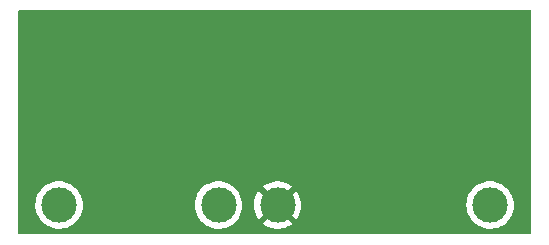
<source format=gbl>
G04 #@! TF.GenerationSoftware,KiCad,Pcbnew,(6.0.2)*
G04 #@! TF.CreationDate,2022-12-18T22:11:01-08:00*
G04 #@! TF.ProjectId,rgb-led-board,7267622d-6c65-4642-9d62-6f6172642e6b,rev?*
G04 #@! TF.SameCoordinates,Original*
G04 #@! TF.FileFunction,Copper,L2,Bot*
G04 #@! TF.FilePolarity,Positive*
%FSLAX46Y46*%
G04 Gerber Fmt 4.6, Leading zero omitted, Abs format (unit mm)*
G04 Created by KiCad (PCBNEW (6.0.2)) date 2022-12-18 22:11:01*
%MOMM*%
%LPD*%
G01*
G04 APERTURE LIST*
G04 #@! TA.AperFunction,ComponentPad*
%ADD10C,3.000000*%
G04 #@! TD*
G04 #@! TA.AperFunction,ViaPad*
%ADD11C,0.800000*%
G04 #@! TD*
G04 APERTURE END LIST*
D10*
X126500000Y-32000000D03*
X90000000Y-32000000D03*
X108500000Y-32000000D03*
X103500000Y-32000000D03*
D11*
X121500000Y-34000000D03*
X113000000Y-27450000D03*
X92000000Y-18000000D03*
X98000000Y-18000000D03*
X104000000Y-18000000D03*
X110000000Y-18000000D03*
X116000000Y-18000000D03*
X122000000Y-18000000D03*
X128000000Y-18000000D03*
X113500000Y-30000000D03*
X116000000Y-30000000D03*
G04 #@! TA.AperFunction,Conductor*
G36*
X129934121Y-15528002D02*
G01*
X129980614Y-15581658D01*
X129992000Y-15634000D01*
X129992000Y-34366000D01*
X129971998Y-34434121D01*
X129918342Y-34480614D01*
X129866000Y-34492000D01*
X86634000Y-34492000D01*
X86565879Y-34471998D01*
X86519386Y-34418342D01*
X86508000Y-34366000D01*
X86508000Y-31978918D01*
X87986917Y-31978918D01*
X88002682Y-32252320D01*
X88003507Y-32256525D01*
X88003508Y-32256533D01*
X88024698Y-32364539D01*
X88055405Y-32521053D01*
X88056792Y-32525103D01*
X88056793Y-32525108D01*
X88077605Y-32585895D01*
X88144112Y-32780144D01*
X88267160Y-33024799D01*
X88269586Y-33028328D01*
X88269589Y-33028334D01*
X88398741Y-33216250D01*
X88422274Y-33250490D01*
X88606582Y-33453043D01*
X88816675Y-33628707D01*
X88820316Y-33630991D01*
X89045024Y-33771951D01*
X89045028Y-33771953D01*
X89048664Y-33774234D01*
X89116544Y-33804883D01*
X89294345Y-33885164D01*
X89294349Y-33885166D01*
X89298257Y-33886930D01*
X89302377Y-33888150D01*
X89302376Y-33888150D01*
X89556723Y-33963491D01*
X89556727Y-33963492D01*
X89560836Y-33964709D01*
X89565070Y-33965357D01*
X89565075Y-33965358D01*
X89827298Y-34005483D01*
X89827300Y-34005483D01*
X89831540Y-34006132D01*
X89970912Y-34008322D01*
X90101071Y-34010367D01*
X90101077Y-34010367D01*
X90105362Y-34010434D01*
X90377235Y-33977534D01*
X90642127Y-33908041D01*
X90646087Y-33906401D01*
X90646092Y-33906399D01*
X90768632Y-33855641D01*
X90895136Y-33803241D01*
X91131582Y-33665073D01*
X91347089Y-33496094D01*
X91388809Y-33453043D01*
X91534686Y-33302509D01*
X91537669Y-33299431D01*
X91540202Y-33295983D01*
X91540206Y-33295978D01*
X91697257Y-33082178D01*
X91699795Y-33078723D01*
X91701841Y-33074955D01*
X91828418Y-32841830D01*
X91828419Y-32841828D01*
X91830468Y-32838054D01*
X91927269Y-32581877D01*
X91988407Y-32314933D01*
X91994384Y-32247969D01*
X92012531Y-32044627D01*
X92012532Y-32044616D01*
X92012751Y-32042161D01*
X92013193Y-32000000D01*
X92011756Y-31978918D01*
X101486917Y-31978918D01*
X101502682Y-32252320D01*
X101503507Y-32256525D01*
X101503508Y-32256533D01*
X101524698Y-32364539D01*
X101555405Y-32521053D01*
X101556792Y-32525103D01*
X101556793Y-32525108D01*
X101577605Y-32585895D01*
X101644112Y-32780144D01*
X101767160Y-33024799D01*
X101769586Y-33028328D01*
X101769589Y-33028334D01*
X101898741Y-33216250D01*
X101922274Y-33250490D01*
X102106582Y-33453043D01*
X102316675Y-33628707D01*
X102320316Y-33630991D01*
X102545024Y-33771951D01*
X102545028Y-33771953D01*
X102548664Y-33774234D01*
X102616544Y-33804883D01*
X102794345Y-33885164D01*
X102794349Y-33885166D01*
X102798257Y-33886930D01*
X102802377Y-33888150D01*
X102802376Y-33888150D01*
X103056723Y-33963491D01*
X103056727Y-33963492D01*
X103060836Y-33964709D01*
X103065070Y-33965357D01*
X103065075Y-33965358D01*
X103327298Y-34005483D01*
X103327300Y-34005483D01*
X103331540Y-34006132D01*
X103470912Y-34008322D01*
X103601071Y-34010367D01*
X103601077Y-34010367D01*
X103605362Y-34010434D01*
X103877235Y-33977534D01*
X104142127Y-33908041D01*
X104146087Y-33906401D01*
X104146092Y-33906399D01*
X104268632Y-33855641D01*
X104395136Y-33803241D01*
X104631582Y-33665073D01*
X104727767Y-33589654D01*
X107275618Y-33589654D01*
X107282673Y-33599627D01*
X107313679Y-33625551D01*
X107320598Y-33630579D01*
X107545272Y-33771515D01*
X107552807Y-33775556D01*
X107794520Y-33884694D01*
X107802551Y-33887680D01*
X108056832Y-33963002D01*
X108065184Y-33964869D01*
X108327340Y-34004984D01*
X108335874Y-34005700D01*
X108601045Y-34009867D01*
X108609596Y-34009418D01*
X108872883Y-33977557D01*
X108881284Y-33975955D01*
X109137824Y-33908653D01*
X109145926Y-33905926D01*
X109390949Y-33804434D01*
X109398617Y-33800628D01*
X109627598Y-33666822D01*
X109634679Y-33662009D01*
X109714655Y-33599301D01*
X109723125Y-33587442D01*
X109716608Y-33575818D01*
X108512812Y-32372022D01*
X108498868Y-32364408D01*
X108497035Y-32364539D01*
X108490420Y-32368790D01*
X107282910Y-33576300D01*
X107275618Y-33589654D01*
X104727767Y-33589654D01*
X104847089Y-33496094D01*
X104888809Y-33453043D01*
X105034686Y-33302509D01*
X105037669Y-33299431D01*
X105040202Y-33295983D01*
X105040206Y-33295978D01*
X105197257Y-33082178D01*
X105199795Y-33078723D01*
X105201841Y-33074955D01*
X105328418Y-32841830D01*
X105328419Y-32841828D01*
X105330468Y-32838054D01*
X105427269Y-32581877D01*
X105488407Y-32314933D01*
X105494384Y-32247969D01*
X105512531Y-32044627D01*
X105512532Y-32044616D01*
X105512751Y-32042161D01*
X105513193Y-32000000D01*
X105512048Y-31983204D01*
X106487665Y-31983204D01*
X106502932Y-32247969D01*
X106504005Y-32256470D01*
X106555065Y-32516722D01*
X106557276Y-32524974D01*
X106643184Y-32775894D01*
X106646499Y-32783779D01*
X106765664Y-33020713D01*
X106770020Y-33028079D01*
X106899347Y-33216250D01*
X106909601Y-33224594D01*
X106923342Y-33217448D01*
X108127978Y-32012812D01*
X108134356Y-32001132D01*
X108864408Y-32001132D01*
X108864539Y-32002965D01*
X108868790Y-32009580D01*
X110075730Y-33216520D01*
X110087939Y-33223187D01*
X110099439Y-33214497D01*
X110196831Y-33081913D01*
X110201418Y-33074685D01*
X110327962Y-32841621D01*
X110331530Y-32833827D01*
X110425271Y-32585750D01*
X110427748Y-32577544D01*
X110486954Y-32319038D01*
X110488294Y-32310577D01*
X110512031Y-32044616D01*
X110512277Y-32039677D01*
X110512666Y-32002485D01*
X110512523Y-31997519D01*
X110511255Y-31978918D01*
X124486917Y-31978918D01*
X124502682Y-32252320D01*
X124503507Y-32256525D01*
X124503508Y-32256533D01*
X124524698Y-32364539D01*
X124555405Y-32521053D01*
X124556792Y-32525103D01*
X124556793Y-32525108D01*
X124577605Y-32585895D01*
X124644112Y-32780144D01*
X124767160Y-33024799D01*
X124769586Y-33028328D01*
X124769589Y-33028334D01*
X124898741Y-33216250D01*
X124922274Y-33250490D01*
X125106582Y-33453043D01*
X125316675Y-33628707D01*
X125320316Y-33630991D01*
X125545024Y-33771951D01*
X125545028Y-33771953D01*
X125548664Y-33774234D01*
X125616544Y-33804883D01*
X125794345Y-33885164D01*
X125794349Y-33885166D01*
X125798257Y-33886930D01*
X125802377Y-33888150D01*
X125802376Y-33888150D01*
X126056723Y-33963491D01*
X126056727Y-33963492D01*
X126060836Y-33964709D01*
X126065070Y-33965357D01*
X126065075Y-33965358D01*
X126327298Y-34005483D01*
X126327300Y-34005483D01*
X126331540Y-34006132D01*
X126470912Y-34008322D01*
X126601071Y-34010367D01*
X126601077Y-34010367D01*
X126605362Y-34010434D01*
X126877235Y-33977534D01*
X127142127Y-33908041D01*
X127146087Y-33906401D01*
X127146092Y-33906399D01*
X127268632Y-33855641D01*
X127395136Y-33803241D01*
X127631582Y-33665073D01*
X127847089Y-33496094D01*
X127888809Y-33453043D01*
X128034686Y-33302509D01*
X128037669Y-33299431D01*
X128040202Y-33295983D01*
X128040206Y-33295978D01*
X128197257Y-33082178D01*
X128199795Y-33078723D01*
X128201841Y-33074955D01*
X128328418Y-32841830D01*
X128328419Y-32841828D01*
X128330468Y-32838054D01*
X128427269Y-32581877D01*
X128488407Y-32314933D01*
X128494384Y-32247969D01*
X128512531Y-32044627D01*
X128512532Y-32044616D01*
X128512751Y-32042161D01*
X128513193Y-32000000D01*
X128511465Y-31974648D01*
X128494859Y-31731055D01*
X128494858Y-31731049D01*
X128494567Y-31726778D01*
X128439032Y-31458612D01*
X128347617Y-31200465D01*
X128222013Y-30957112D01*
X128212040Y-30942921D01*
X128067008Y-30736562D01*
X128064545Y-30733057D01*
X127878125Y-30532445D01*
X127874810Y-30529731D01*
X127874806Y-30529728D01*
X127669523Y-30361706D01*
X127666205Y-30358990D01*
X127432704Y-30215901D01*
X127428768Y-30214173D01*
X127185873Y-30107549D01*
X127185869Y-30107548D01*
X127181945Y-30105825D01*
X126918566Y-30030800D01*
X126914324Y-30030196D01*
X126914318Y-30030195D01*
X126713834Y-30001662D01*
X126647443Y-29992213D01*
X126503589Y-29991460D01*
X126377877Y-29990802D01*
X126377871Y-29990802D01*
X126373591Y-29990780D01*
X126369347Y-29991339D01*
X126369343Y-29991339D01*
X126250302Y-30007011D01*
X126102078Y-30026525D01*
X126097938Y-30027658D01*
X126097936Y-30027658D01*
X126025008Y-30047609D01*
X125837928Y-30098788D01*
X125833980Y-30100472D01*
X125589982Y-30204546D01*
X125589978Y-30204548D01*
X125586030Y-30206232D01*
X125566125Y-30218145D01*
X125354725Y-30344664D01*
X125354721Y-30344667D01*
X125351043Y-30346868D01*
X125137318Y-30518094D01*
X124948808Y-30716742D01*
X124789002Y-30939136D01*
X124660857Y-31181161D01*
X124659385Y-31185184D01*
X124659383Y-31185188D01*
X124652314Y-31204506D01*
X124566743Y-31438337D01*
X124508404Y-31705907D01*
X124486917Y-31978918D01*
X110511255Y-31978918D01*
X110494362Y-31731123D01*
X110493201Y-31722649D01*
X110439419Y-31462944D01*
X110437120Y-31454709D01*
X110348588Y-31204705D01*
X110345191Y-31196854D01*
X110223550Y-30961178D01*
X110219122Y-30953866D01*
X110100031Y-30784417D01*
X110089509Y-30776037D01*
X110076121Y-30783089D01*
X108872022Y-31987188D01*
X108864408Y-32001132D01*
X108134356Y-32001132D01*
X108135592Y-31998868D01*
X108135461Y-31997035D01*
X108131210Y-31990420D01*
X106923814Y-30783024D01*
X106911804Y-30776466D01*
X106900064Y-30785434D01*
X106791935Y-30935911D01*
X106787418Y-30943196D01*
X106663325Y-31177567D01*
X106659839Y-31185395D01*
X106568700Y-31434446D01*
X106566311Y-31442670D01*
X106509812Y-31701795D01*
X106508563Y-31710250D01*
X106487754Y-31974653D01*
X106487665Y-31983204D01*
X105512048Y-31983204D01*
X105511465Y-31974648D01*
X105494859Y-31731055D01*
X105494858Y-31731049D01*
X105494567Y-31726778D01*
X105439032Y-31458612D01*
X105347617Y-31200465D01*
X105222013Y-30957112D01*
X105212040Y-30942921D01*
X105067008Y-30736562D01*
X105064545Y-30733057D01*
X104878125Y-30532445D01*
X104874810Y-30529731D01*
X104874806Y-30529728D01*
X104731581Y-30412500D01*
X107276584Y-30412500D01*
X107282980Y-30423770D01*
X108487188Y-31627978D01*
X108501132Y-31635592D01*
X108502965Y-31635461D01*
X108509580Y-31631210D01*
X109716604Y-30424186D01*
X109723795Y-30411017D01*
X109716473Y-30400780D01*
X109669233Y-30362115D01*
X109662261Y-30357160D01*
X109436122Y-30218582D01*
X109428552Y-30214624D01*
X109185704Y-30108022D01*
X109177644Y-30105120D01*
X108922592Y-30032467D01*
X108914214Y-30030685D01*
X108651656Y-29993318D01*
X108643111Y-29992691D01*
X108377908Y-29991302D01*
X108369374Y-29991839D01*
X108106433Y-30026456D01*
X108098035Y-30028149D01*
X107842238Y-30098127D01*
X107834143Y-30100946D01*
X107590199Y-30204997D01*
X107582577Y-30208881D01*
X107355013Y-30345075D01*
X107347981Y-30349962D01*
X107285053Y-30400377D01*
X107276584Y-30412500D01*
X104731581Y-30412500D01*
X104669523Y-30361706D01*
X104666205Y-30358990D01*
X104432704Y-30215901D01*
X104428768Y-30214173D01*
X104185873Y-30107549D01*
X104185869Y-30107548D01*
X104181945Y-30105825D01*
X103918566Y-30030800D01*
X103914324Y-30030196D01*
X103914318Y-30030195D01*
X103713834Y-30001662D01*
X103647443Y-29992213D01*
X103503589Y-29991460D01*
X103377877Y-29990802D01*
X103377871Y-29990802D01*
X103373591Y-29990780D01*
X103369347Y-29991339D01*
X103369343Y-29991339D01*
X103250302Y-30007011D01*
X103102078Y-30026525D01*
X103097938Y-30027658D01*
X103097936Y-30027658D01*
X103025008Y-30047609D01*
X102837928Y-30098788D01*
X102833980Y-30100472D01*
X102589982Y-30204546D01*
X102589978Y-30204548D01*
X102586030Y-30206232D01*
X102566125Y-30218145D01*
X102354725Y-30344664D01*
X102354721Y-30344667D01*
X102351043Y-30346868D01*
X102137318Y-30518094D01*
X101948808Y-30716742D01*
X101789002Y-30939136D01*
X101660857Y-31181161D01*
X101659385Y-31185184D01*
X101659383Y-31185188D01*
X101652314Y-31204506D01*
X101566743Y-31438337D01*
X101508404Y-31705907D01*
X101486917Y-31978918D01*
X92011756Y-31978918D01*
X92011465Y-31974648D01*
X91994859Y-31731055D01*
X91994858Y-31731049D01*
X91994567Y-31726778D01*
X91939032Y-31458612D01*
X91847617Y-31200465D01*
X91722013Y-30957112D01*
X91712040Y-30942921D01*
X91567008Y-30736562D01*
X91564545Y-30733057D01*
X91378125Y-30532445D01*
X91374810Y-30529731D01*
X91374806Y-30529728D01*
X91169523Y-30361706D01*
X91166205Y-30358990D01*
X90932704Y-30215901D01*
X90928768Y-30214173D01*
X90685873Y-30107549D01*
X90685869Y-30107548D01*
X90681945Y-30105825D01*
X90418566Y-30030800D01*
X90414324Y-30030196D01*
X90414318Y-30030195D01*
X90213834Y-30001662D01*
X90147443Y-29992213D01*
X90003589Y-29991460D01*
X89877877Y-29990802D01*
X89877871Y-29990802D01*
X89873591Y-29990780D01*
X89869347Y-29991339D01*
X89869343Y-29991339D01*
X89750302Y-30007011D01*
X89602078Y-30026525D01*
X89597938Y-30027658D01*
X89597936Y-30027658D01*
X89525008Y-30047609D01*
X89337928Y-30098788D01*
X89333980Y-30100472D01*
X89089982Y-30204546D01*
X89089978Y-30204548D01*
X89086030Y-30206232D01*
X89066125Y-30218145D01*
X88854725Y-30344664D01*
X88854721Y-30344667D01*
X88851043Y-30346868D01*
X88637318Y-30518094D01*
X88448808Y-30716742D01*
X88289002Y-30939136D01*
X88160857Y-31181161D01*
X88159385Y-31185184D01*
X88159383Y-31185188D01*
X88152314Y-31204506D01*
X88066743Y-31438337D01*
X88008404Y-31705907D01*
X87986917Y-31978918D01*
X86508000Y-31978918D01*
X86508000Y-15634000D01*
X86528002Y-15565879D01*
X86581658Y-15519386D01*
X86634000Y-15508000D01*
X129866000Y-15508000D01*
X129934121Y-15528002D01*
G37*
G04 #@! TD.AperFunction*
M02*

</source>
